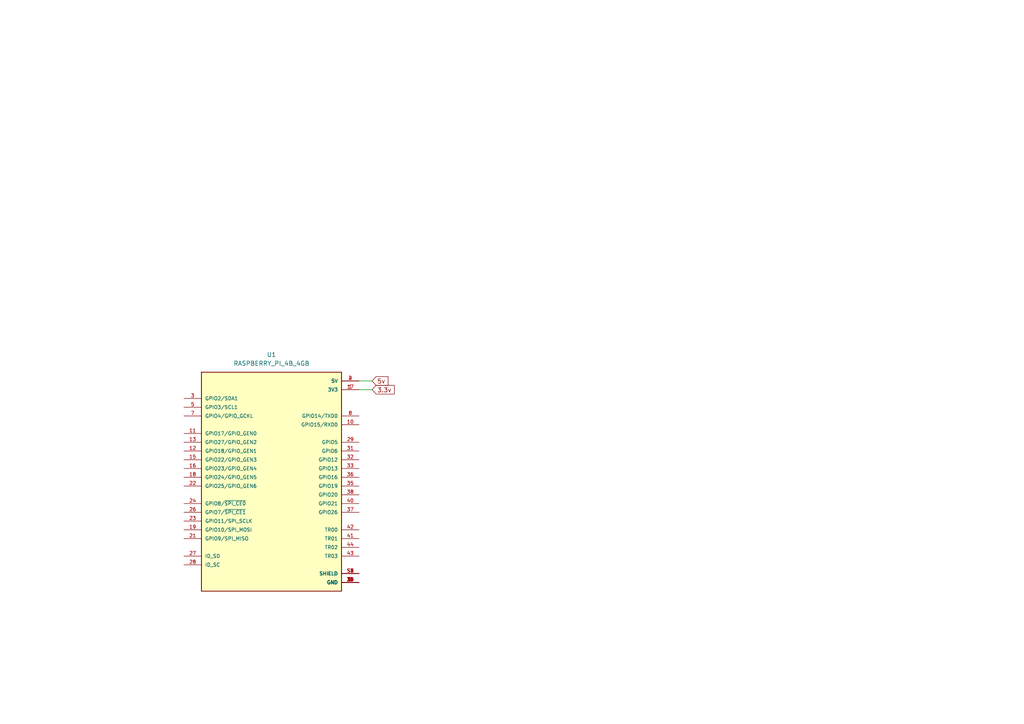
<source format=kicad_sch>
(kicad_sch (version 20230121) (generator eeschema)
  (paper "A4")
  (lib_symbols
    (symbol "RASPBERRY_PI_4B_4GB:RASPBERRY_PI_4B_4GB" (pin_names (offset 1.016))
      (property "Reference" "U" (at -20.32 33.528 0))
      (property "Value" "RASPBERRY_PI_4B_4GB" (at -20.32 -33.02 0))
      (symbol "RASPBERRY_PI_4B_4GB_0_0"
        (rectangle (start -20.32 -30.48) (end 20.32 33.02) (stroke (width 0.254)) (fill (type background)))
        (pin power_in line (at 25.4 27.94 180) (length 5.08) (name "3V3") (number "1"))
        (pin bidirectional line (at 25.4 17.78 180) (length 5.08) (name "GPIO15/RXD0") (number "10"))
        (pin bidirectional line (at -25.4 15.24 0) (length 5.08) (name "GPIO17/GPIO_GEN0") (number "11"))
        (pin bidirectional line (at -25.4 10.16 0) (length 5.08) (name "GPIO18/GPIO_GEN1") (number "12"))
        (pin bidirectional line (at -25.4 12.7 0) (length 5.08) (name "GPIO27/GPIO_GEN2") (number "13"))
        (pin power_in line (at 25.4 -27.94 180) (length 5.08) (name "GND") (number "14"))
        (pin bidirectional line (at -25.4 7.62 0) (length 5.08) (name "GPIO22/GPIO_GEN3") (number "15"))
        (pin bidirectional line (at -25.4 5.08 0) (length 5.08) (name "GPIO23/GPIO_GEN4") (number "16"))
        (pin power_in line (at 25.4 27.94 180) (length 5.08) (name "3V3") (number "17"))
        (pin bidirectional line (at -25.4 2.54 0) (length 5.08) (name "GPIO24/GPIO_GEN5") (number "18"))
        (pin bidirectional line (at -25.4 -12.7 0) (length 5.08) (name "GPIO10/SPI_MOSI") (number "19"))
        (pin power_in line (at 25.4 30.48 180) (length 5.08) (name "5V") (number "2"))
        (pin power_in line (at 25.4 -27.94 180) (length 5.08) (name "GND") (number "20"))
        (pin bidirectional line (at -25.4 -15.24 0) (length 5.08) (name "GPIO9/SPI_MISO") (number "21"))
        (pin bidirectional line (at -25.4 0 0) (length 5.08) (name "GPIO25/GPIO_GEN6") (number "22"))
        (pin bidirectional line (at -25.4 -10.16 0) (length 5.08) (name "GPIO11/SPI_SCLK") (number "23"))
        (pin bidirectional line (at -25.4 -5.08 0) (length 5.08) (name "GPIO8/~{SPI_CE0}") (number "24"))
        (pin power_in line (at 25.4 -27.94 180) (length 5.08) (name "GND") (number "25"))
        (pin bidirectional line (at -25.4 -7.62 0) (length 5.08) (name "GPIO7/~{SPI_CE1}") (number "26"))
        (pin bidirectional line (at -25.4 -20.32 0) (length 5.08) (name "ID_SD") (number "27"))
        (pin bidirectional line (at -25.4 -22.86 0) (length 5.08) (name "ID_SC") (number "28"))
        (pin bidirectional line (at 25.4 12.7 180) (length 5.08) (name "GPIO5") (number "29"))
        (pin bidirectional line (at -25.4 25.4 0) (length 5.08) (name "GPIO2/SDA1") (number "3"))
        (pin power_in line (at 25.4 -27.94 180) (length 5.08) (name "GND") (number "30"))
        (pin bidirectional line (at 25.4 10.16 180) (length 5.08) (name "GPIO6") (number "31"))
        (pin bidirectional line (at 25.4 7.62 180) (length 5.08) (name "GPIO12") (number "32"))
        (pin bidirectional line (at 25.4 5.08 180) (length 5.08) (name "GPIO13") (number "33"))
        (pin power_in line (at 25.4 -27.94 180) (length 5.08) (name "GND") (number "34"))
        (pin bidirectional line (at 25.4 0 180) (length 5.08) (name "GPIO19") (number "35"))
        (pin bidirectional line (at 25.4 2.54 180) (length 5.08) (name "GPIO16") (number "36"))
        (pin bidirectional line (at 25.4 -7.62 180) (length 5.08) (name "GPIO26") (number "37"))
        (pin bidirectional line (at 25.4 -2.54 180) (length 5.08) (name "GPIO20") (number "38"))
        (pin power_in line (at 25.4 -27.94 180) (length 5.08) (name "GND") (number "39"))
        (pin power_in line (at 25.4 30.48 180) (length 5.08) (name "5V") (number "4"))
        (pin bidirectional line (at 25.4 -5.08 180) (length 5.08) (name "GPIO21") (number "40"))
        (pin bidirectional line (at 25.4 -15.24 180) (length 5.08) (name "TR01") (number "41"))
        (pin bidirectional line (at 25.4 -12.7 180) (length 5.08) (name "TR00") (number "42"))
        (pin bidirectional line (at 25.4 -20.32 180) (length 5.08) (name "TR03") (number "43"))
        (pin bidirectional line (at 25.4 -17.78 180) (length 5.08) (name "TR02") (number "44"))
        (pin bidirectional line (at -25.4 22.86 0) (length 5.08) (name "GPIO3/SCL1") (number "5"))
        (pin power_in line (at 25.4 -27.94 180) (length 5.08) (name "GND") (number "6"))
        (pin bidirectional line (at -25.4 20.32 0) (length 5.08) (name "GPIO4/GPIO_GCKL") (number "7"))
        (pin bidirectional line (at 25.4 20.32 180) (length 5.08) (name "GPIO14/TXD0") (number "8"))
        (pin power_in line (at 25.4 -27.94 180) (length 5.08) (name "GND") (number "9"))
        (pin power_in line (at 25.4 -25.4 180) (length 5.08) (name "SHIELD") (number "S1"))
        (pin power_in line (at 25.4 -25.4 180) (length 5.08) (name "SHIELD") (number "S2"))
        (pin power_in line (at 25.4 -25.4 180) (length 5.08) (name "SHIELD") (number "S3"))
        (pin power_in line (at 25.4 -25.4 180) (length 5.08) (name "SHIELD") (number "S4"))
      )
    )
  )
  (wire (pts (xy 104.14 113.03) (xy 107.95 113.03)))
  (wire (pts (xy 104.14 110.49) (xy 107.95 110.49)))
  (global_label "3.3v" (shape input) (at 107.95 113.03 0) (property "Intersheetrefs" "${INTERSHEET_REFS}" (effects hide)))
  (global_label "5v" (shape input) (at 107.95 110.49 0) (property "Intersheetrefs" "${INTERSHEET_REFS}" (effects hide)))
  (symbol (lib_id "RASPBERRY_PI_4B_4GB:RASPBERRY_PI_4B_4GB") (at 78.74 140.97 0) (unit 1)
    (property "Reference" "U1" (at 78.74 102.87 0))
    (property "Value" "RASPBERRY_PI_4B_4GB" (at 78.74 105.41 0))
    (property "Footprint" "RASPBERRY_PI_4B_4GB:MODULE_RASPBERRY_PI_4B_4GB" (effects hide))
    (property "MF" "Raspberry Pi" (effects hide))
    (property "MAXIMUM_PACKAGE_HEIGHT" "16 mm" (effects hide))
    (property "Package" "None" (effects hide))
    (property "Price" "None" (effects hide))
    (property "Check_prices" "https://www.snapeda.com/parts/RASPBERRY%20PI%204B/4GB/Raspberry+Pi/view-part/?ref=eda" (effects hide))
    (property "STANDARD" "Manufacturer Recommendations" (effects hide))
    (property "PARTREV" "4" (effects hide))
    (property "SnapEDA_Link" "https://www.snapeda.com/parts/RASPBERRY%20PI%204B/4GB/Raspberry+Pi/view-part/?ref=snap" (effects hide))
    (property "MP" "RASPBERRY PI 4B/4GB" (effects hide))
    (property "Description" "\nBCM2711 Raspberry Pi 4 Model B 4GB - ARM® Cortex®-A72 MPU Embedded Evaluation Board\n" (effects hide))
    (property "MANUFACTURER" "Raspberry Pi" (effects hide))
    (property "Availability" "Not in stock" (effects hide))
    (property "SNAPEDA_PN" "RASPBERRY PI 4B/4GB" (effects hide))
  )
)
</source>
